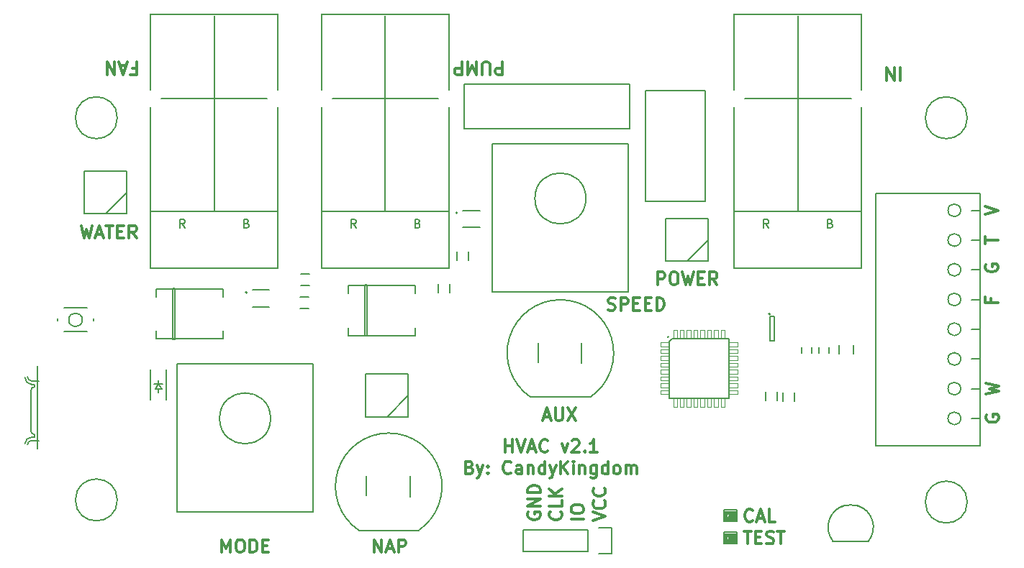
<source format=gbr>
G04 #@! TF.FileFunction,Legend,Top*
%FSLAX46Y46*%
G04 Gerber Fmt 4.6, Leading zero omitted, Abs format (unit mm)*
G04 Created by KiCad (PCBNEW 4.0.7-e2-6376~61~ubuntu18.04.1) date Tue Jul 31 18:43:04 2018*
%MOMM*%
%LPD*%
G01*
G04 APERTURE LIST*
%ADD10C,0.100000*%
%ADD11C,0.300000*%
%ADD12C,0.200000*%
%ADD13C,0.127000*%
%ADD14C,0.203200*%
%ADD15C,0.150000*%
%ADD16C,0.066040*%
%ADD17C,0.101600*%
G04 APERTURE END LIST*
D10*
D11*
X119035714Y-71678571D02*
X119035714Y-70178571D01*
X119607142Y-70178571D01*
X119750000Y-70250000D01*
X119821428Y-70321429D01*
X119892857Y-70464286D01*
X119892857Y-70678571D01*
X119821428Y-70821429D01*
X119750000Y-70892857D01*
X119607142Y-70964286D01*
X119035714Y-70964286D01*
X120821428Y-70178571D02*
X121107142Y-70178571D01*
X121250000Y-70250000D01*
X121392857Y-70392857D01*
X121464285Y-70678571D01*
X121464285Y-71178571D01*
X121392857Y-71464286D01*
X121250000Y-71607143D01*
X121107142Y-71678571D01*
X120821428Y-71678571D01*
X120678571Y-71607143D01*
X120535714Y-71464286D01*
X120464285Y-71178571D01*
X120464285Y-70678571D01*
X120535714Y-70392857D01*
X120678571Y-70250000D01*
X120821428Y-70178571D01*
X121964286Y-70178571D02*
X122321429Y-71678571D01*
X122607143Y-70607143D01*
X122892857Y-71678571D01*
X123250000Y-70178571D01*
X123821429Y-70892857D02*
X124321429Y-70892857D01*
X124535715Y-71678571D02*
X123821429Y-71678571D01*
X123821429Y-70178571D01*
X124535715Y-70178571D01*
X126035715Y-71678571D02*
X125535715Y-70964286D01*
X125178572Y-71678571D02*
X125178572Y-70178571D01*
X125750000Y-70178571D01*
X125892858Y-70250000D01*
X125964286Y-70321429D01*
X126035715Y-70464286D01*
X126035715Y-70678571D01*
X125964286Y-70821429D01*
X125892858Y-70892857D01*
X125750000Y-70964286D01*
X125178572Y-70964286D01*
X51214286Y-64678571D02*
X51571429Y-66178571D01*
X51857143Y-65107143D01*
X52142857Y-66178571D01*
X52500000Y-64678571D01*
X53000000Y-65750000D02*
X53714286Y-65750000D01*
X52857143Y-66178571D02*
X53357143Y-64678571D01*
X53857143Y-66178571D01*
X54142857Y-64678571D02*
X55000000Y-64678571D01*
X54571429Y-66178571D02*
X54571429Y-64678571D01*
X55500000Y-65392857D02*
X56000000Y-65392857D01*
X56214286Y-66178571D02*
X55500000Y-66178571D01*
X55500000Y-64678571D01*
X56214286Y-64678571D01*
X57714286Y-66178571D02*
X57214286Y-65464286D01*
X56857143Y-66178571D02*
X56857143Y-64678571D01*
X57428571Y-64678571D01*
X57571429Y-64750000D01*
X57642857Y-64821429D01*
X57714286Y-64964286D01*
X57714286Y-65178571D01*
X57642857Y-65321429D01*
X57571429Y-65392857D01*
X57428571Y-65464286D01*
X56857143Y-65464286D01*
X113214286Y-74607143D02*
X113428572Y-74678571D01*
X113785715Y-74678571D01*
X113928572Y-74607143D01*
X114000001Y-74535714D01*
X114071429Y-74392857D01*
X114071429Y-74250000D01*
X114000001Y-74107143D01*
X113928572Y-74035714D01*
X113785715Y-73964286D01*
X113500001Y-73892857D01*
X113357143Y-73821429D01*
X113285715Y-73750000D01*
X113214286Y-73607143D01*
X113214286Y-73464286D01*
X113285715Y-73321429D01*
X113357143Y-73250000D01*
X113500001Y-73178571D01*
X113857143Y-73178571D01*
X114071429Y-73250000D01*
X114714286Y-74678571D02*
X114714286Y-73178571D01*
X115285714Y-73178571D01*
X115428572Y-73250000D01*
X115500000Y-73321429D01*
X115571429Y-73464286D01*
X115571429Y-73678571D01*
X115500000Y-73821429D01*
X115428572Y-73892857D01*
X115285714Y-73964286D01*
X114714286Y-73964286D01*
X116214286Y-73892857D02*
X116714286Y-73892857D01*
X116928572Y-74678571D02*
X116214286Y-74678571D01*
X116214286Y-73178571D01*
X116928572Y-73178571D01*
X117571429Y-73892857D02*
X118071429Y-73892857D01*
X118285715Y-74678571D02*
X117571429Y-74678571D01*
X117571429Y-73178571D01*
X118285715Y-73178571D01*
X118928572Y-74678571D02*
X118928572Y-73178571D01*
X119285715Y-73178571D01*
X119500000Y-73250000D01*
X119642858Y-73392857D01*
X119714286Y-73535714D01*
X119785715Y-73821429D01*
X119785715Y-74035714D01*
X119714286Y-74321429D01*
X119642858Y-74464286D01*
X119500000Y-74607143D01*
X119285715Y-74678571D01*
X118928572Y-74678571D01*
X105642857Y-87250000D02*
X106357143Y-87250000D01*
X105500000Y-87678571D02*
X106000000Y-86178571D01*
X106500000Y-87678571D01*
X107000000Y-86178571D02*
X107000000Y-87392857D01*
X107071428Y-87535714D01*
X107142857Y-87607143D01*
X107285714Y-87678571D01*
X107571428Y-87678571D01*
X107714286Y-87607143D01*
X107785714Y-87535714D01*
X107857143Y-87392857D01*
X107857143Y-86178571D01*
X108428572Y-86178571D02*
X109428572Y-87678571D01*
X109428572Y-86178571D02*
X108428572Y-87678571D01*
X67785714Y-103178571D02*
X67785714Y-101678571D01*
X68285714Y-102750000D01*
X68785714Y-101678571D01*
X68785714Y-103178571D01*
X69785714Y-101678571D02*
X70071428Y-101678571D01*
X70214286Y-101750000D01*
X70357143Y-101892857D01*
X70428571Y-102178571D01*
X70428571Y-102678571D01*
X70357143Y-102964286D01*
X70214286Y-103107143D01*
X70071428Y-103178571D01*
X69785714Y-103178571D01*
X69642857Y-103107143D01*
X69500000Y-102964286D01*
X69428571Y-102678571D01*
X69428571Y-102178571D01*
X69500000Y-101892857D01*
X69642857Y-101750000D01*
X69785714Y-101678571D01*
X71071429Y-103178571D02*
X71071429Y-101678571D01*
X71428572Y-101678571D01*
X71642857Y-101750000D01*
X71785715Y-101892857D01*
X71857143Y-102035714D01*
X71928572Y-102321429D01*
X71928572Y-102535714D01*
X71857143Y-102821429D01*
X71785715Y-102964286D01*
X71642857Y-103107143D01*
X71428572Y-103178571D01*
X71071429Y-103178571D01*
X72571429Y-102392857D02*
X73071429Y-102392857D01*
X73285715Y-103178571D02*
X72571429Y-103178571D01*
X72571429Y-101678571D01*
X73285715Y-101678571D01*
X85678572Y-103178571D02*
X85678572Y-101678571D01*
X86535715Y-103178571D01*
X86535715Y-101678571D01*
X87178572Y-102750000D02*
X87892858Y-102750000D01*
X87035715Y-103178571D02*
X87535715Y-101678571D01*
X88035715Y-103178571D01*
X88535715Y-103178571D02*
X88535715Y-101678571D01*
X89107143Y-101678571D01*
X89250001Y-101750000D01*
X89321429Y-101821429D01*
X89392858Y-101964286D01*
X89392858Y-102178571D01*
X89321429Y-102321429D01*
X89250001Y-102392857D01*
X89107143Y-102464286D01*
X88535715Y-102464286D01*
X157678571Y-84542857D02*
X159178571Y-84185714D01*
X158107143Y-83900000D01*
X159178571Y-83614286D01*
X157678571Y-83257143D01*
X157750000Y-87007143D02*
X157678571Y-87150000D01*
X157678571Y-87364286D01*
X157750000Y-87578571D01*
X157892857Y-87721429D01*
X158035714Y-87792857D01*
X158321429Y-87864286D01*
X158535714Y-87864286D01*
X158821429Y-87792857D01*
X158964286Y-87721429D01*
X159107143Y-87578571D01*
X159178571Y-87364286D01*
X159178571Y-87221429D01*
X159107143Y-87007143D01*
X159035714Y-86935714D01*
X158535714Y-86935714D01*
X158535714Y-87221429D01*
X158292857Y-73285714D02*
X158292857Y-73785714D01*
X159078571Y-73785714D02*
X157578571Y-73785714D01*
X157578571Y-73071428D01*
X157650000Y-69307143D02*
X157578571Y-69450000D01*
X157578571Y-69664286D01*
X157650000Y-69878571D01*
X157792857Y-70021429D01*
X157935714Y-70092857D01*
X158221429Y-70164286D01*
X158435714Y-70164286D01*
X158721429Y-70092857D01*
X158864286Y-70021429D01*
X159007143Y-69878571D01*
X159078571Y-69664286D01*
X159078571Y-69521429D01*
X159007143Y-69307143D01*
X158935714Y-69235714D01*
X158435714Y-69235714D01*
X158435714Y-69521429D01*
X157578571Y-66828571D02*
X157578571Y-65971428D01*
X159078571Y-66399999D02*
X157578571Y-66399999D01*
X157578571Y-63400000D02*
X159078571Y-62900000D01*
X157578571Y-62400000D01*
X57214285Y-46207143D02*
X57714285Y-46207143D01*
X57714285Y-45421429D02*
X57714285Y-46921429D01*
X56999999Y-46921429D01*
X56500000Y-45850000D02*
X55785714Y-45850000D01*
X56642857Y-45421429D02*
X56142857Y-46921429D01*
X55642857Y-45421429D01*
X55142857Y-45421429D02*
X55142857Y-46921429D01*
X54285714Y-45421429D01*
X54285714Y-46921429D01*
X100785714Y-45421429D02*
X100785714Y-46921429D01*
X100214286Y-46921429D01*
X100071428Y-46850000D01*
X100000000Y-46778571D01*
X99928571Y-46635714D01*
X99928571Y-46421429D01*
X100000000Y-46278571D01*
X100071428Y-46207143D01*
X100214286Y-46135714D01*
X100785714Y-46135714D01*
X99285714Y-46921429D02*
X99285714Y-45707143D01*
X99214286Y-45564286D01*
X99142857Y-45492857D01*
X99000000Y-45421429D01*
X98714286Y-45421429D01*
X98571428Y-45492857D01*
X98500000Y-45564286D01*
X98428571Y-45707143D01*
X98428571Y-46921429D01*
X97714285Y-45421429D02*
X97714285Y-46921429D01*
X97214285Y-45850000D01*
X96714285Y-46921429D01*
X96714285Y-45421429D01*
X95999999Y-45421429D02*
X95999999Y-46921429D01*
X95428571Y-46921429D01*
X95285713Y-46850000D01*
X95214285Y-46778571D01*
X95142856Y-46635714D01*
X95142856Y-46421429D01*
X95214285Y-46278571D01*
X95285713Y-46207143D01*
X95428571Y-46135714D01*
X95999999Y-46135714D01*
X147585714Y-46121429D02*
X147585714Y-47621429D01*
X146871428Y-46121429D02*
X146871428Y-47621429D01*
X146014285Y-46121429D01*
X146014285Y-47621429D01*
X103825000Y-98457143D02*
X103753571Y-98600000D01*
X103753571Y-98814286D01*
X103825000Y-99028571D01*
X103967857Y-99171429D01*
X104110714Y-99242857D01*
X104396429Y-99314286D01*
X104610714Y-99314286D01*
X104896429Y-99242857D01*
X105039286Y-99171429D01*
X105182143Y-99028571D01*
X105253571Y-98814286D01*
X105253571Y-98671429D01*
X105182143Y-98457143D01*
X105110714Y-98385714D01*
X104610714Y-98385714D01*
X104610714Y-98671429D01*
X105253571Y-97742857D02*
X103753571Y-97742857D01*
X105253571Y-96885714D01*
X103753571Y-96885714D01*
X105253571Y-96171428D02*
X103753571Y-96171428D01*
X103753571Y-95814285D01*
X103825000Y-95600000D01*
X103967857Y-95457142D01*
X104110714Y-95385714D01*
X104396429Y-95314285D01*
X104610714Y-95314285D01*
X104896429Y-95385714D01*
X105039286Y-95457142D01*
X105182143Y-95600000D01*
X105253571Y-95814285D01*
X105253571Y-96171428D01*
X107660714Y-98385714D02*
X107732143Y-98457143D01*
X107803571Y-98671429D01*
X107803571Y-98814286D01*
X107732143Y-99028571D01*
X107589286Y-99171429D01*
X107446429Y-99242857D01*
X107160714Y-99314286D01*
X106946429Y-99314286D01*
X106660714Y-99242857D01*
X106517857Y-99171429D01*
X106375000Y-99028571D01*
X106303571Y-98814286D01*
X106303571Y-98671429D01*
X106375000Y-98457143D01*
X106446429Y-98385714D01*
X107803571Y-97028571D02*
X107803571Y-97742857D01*
X106303571Y-97742857D01*
X107803571Y-96528571D02*
X106303571Y-96528571D01*
X107803571Y-95671428D02*
X106946429Y-96314285D01*
X106303571Y-95671428D02*
X107160714Y-96528571D01*
X110353571Y-99242857D02*
X108853571Y-99242857D01*
X108853571Y-98242857D02*
X108853571Y-97957143D01*
X108925000Y-97814285D01*
X109067857Y-97671428D01*
X109353571Y-97600000D01*
X109853571Y-97600000D01*
X110139286Y-97671428D01*
X110282143Y-97814285D01*
X110353571Y-97957143D01*
X110353571Y-98242857D01*
X110282143Y-98385714D01*
X110139286Y-98528571D01*
X109853571Y-98600000D01*
X109353571Y-98600000D01*
X109067857Y-98528571D01*
X108925000Y-98385714D01*
X108853571Y-98242857D01*
X111403571Y-99457143D02*
X112903571Y-98957143D01*
X111403571Y-98457143D01*
X112760714Y-97100000D02*
X112832143Y-97171429D01*
X112903571Y-97385715D01*
X112903571Y-97528572D01*
X112832143Y-97742857D01*
X112689286Y-97885715D01*
X112546429Y-97957143D01*
X112260714Y-98028572D01*
X112046429Y-98028572D01*
X111760714Y-97957143D01*
X111617857Y-97885715D01*
X111475000Y-97742857D01*
X111403571Y-97528572D01*
X111403571Y-97385715D01*
X111475000Y-97171429D01*
X111546429Y-97100000D01*
X112760714Y-95600000D02*
X112832143Y-95671429D01*
X112903571Y-95885715D01*
X112903571Y-96028572D01*
X112832143Y-96242857D01*
X112689286Y-96385715D01*
X112546429Y-96457143D01*
X112260714Y-96528572D01*
X112046429Y-96528572D01*
X111760714Y-96457143D01*
X111617857Y-96385715D01*
X111475000Y-96242857D01*
X111403571Y-96028572D01*
X111403571Y-95885715D01*
X111475000Y-95671429D01*
X111546429Y-95600000D01*
D12*
X127400000Y-101600000D02*
X127800000Y-101600000D01*
X127800000Y-101600000D02*
X127800000Y-101500000D01*
X127900000Y-101700000D02*
X127900000Y-101400000D01*
X127900000Y-101400000D02*
X127400000Y-101400000D01*
X127800000Y-101500000D02*
X127500000Y-101500000D01*
X127400000Y-101400000D02*
X127400000Y-101600000D01*
X128000000Y-101800000D02*
X128000000Y-101300000D01*
X127200000Y-101700000D02*
X127900000Y-101700000D01*
X127200000Y-101300000D02*
X127200000Y-101700000D01*
X127100000Y-101200000D02*
X127100000Y-101800000D01*
X128000000Y-101300000D02*
X127200000Y-101300000D01*
X128100000Y-101200000D02*
X127100000Y-101200000D01*
X127100000Y-101800000D02*
X128000000Y-101800000D01*
X128400000Y-100800000D02*
X126800000Y-100800000D01*
X127000000Y-101100000D02*
X127000000Y-101900000D01*
X126900000Y-101000000D02*
X126900000Y-102000000D01*
X126800000Y-102100000D02*
X128400000Y-102100000D01*
X126800000Y-100800000D02*
X126800000Y-102100000D01*
X126900000Y-102000000D02*
X128200000Y-102000000D01*
X128200000Y-102000000D02*
X128200000Y-101100000D01*
X128100000Y-101900000D02*
X128100000Y-101200000D01*
X127000000Y-101900000D02*
X128100000Y-101900000D01*
X128400000Y-102100000D02*
X128400000Y-101000000D01*
X128400000Y-100800000D02*
X128400000Y-101000000D01*
X128200000Y-101100000D02*
X127000000Y-101100000D01*
X128400000Y-101000000D02*
X126900000Y-101000000D01*
X127400000Y-98800000D02*
X127400000Y-99000000D01*
X127200000Y-98700000D02*
X127200000Y-99100000D01*
X128000000Y-98700000D02*
X127200000Y-98700000D01*
X128100000Y-98600000D02*
X127100000Y-98600000D01*
X127800000Y-98900000D02*
X127500000Y-98900000D01*
X127800000Y-99000000D02*
X127800000Y-98900000D01*
X127400000Y-99000000D02*
X127800000Y-99000000D01*
X127900000Y-98800000D02*
X127400000Y-98800000D01*
X127900000Y-99100000D02*
X127900000Y-98800000D01*
X127200000Y-99100000D02*
X127900000Y-99100000D01*
X127100000Y-99200000D02*
X128000000Y-99200000D01*
X127100000Y-98600000D02*
X127100000Y-99200000D01*
X128000000Y-99200000D02*
X128000000Y-98700000D01*
X128100000Y-99300000D02*
X128100000Y-98600000D01*
X128200000Y-98500000D02*
X127000000Y-98500000D01*
X127000000Y-99300000D02*
X128100000Y-99300000D01*
X128400000Y-98400000D02*
X126900000Y-98400000D01*
X126900000Y-99400000D02*
X128200000Y-99400000D01*
X128400000Y-99500000D02*
X128400000Y-98400000D01*
X128400000Y-98200000D02*
X128400000Y-98400000D01*
X128200000Y-99400000D02*
X128200000Y-98500000D01*
X127000000Y-98500000D02*
X127000000Y-99300000D01*
X126900000Y-98400000D02*
X126900000Y-99400000D01*
X126800000Y-99500000D02*
X128400000Y-99500000D01*
X126800000Y-98200000D02*
X126800000Y-99500000D01*
X128400000Y-98200000D02*
X126800000Y-98200000D01*
D11*
X130214286Y-99435714D02*
X130142857Y-99507143D01*
X129928571Y-99578571D01*
X129785714Y-99578571D01*
X129571429Y-99507143D01*
X129428571Y-99364286D01*
X129357143Y-99221429D01*
X129285714Y-98935714D01*
X129285714Y-98721429D01*
X129357143Y-98435714D01*
X129428571Y-98292857D01*
X129571429Y-98150000D01*
X129785714Y-98078571D01*
X129928571Y-98078571D01*
X130142857Y-98150000D01*
X130214286Y-98221429D01*
X130785714Y-99150000D02*
X131500000Y-99150000D01*
X130642857Y-99578571D02*
X131142857Y-98078571D01*
X131642857Y-99578571D01*
X132857143Y-99578571D02*
X132142857Y-99578571D01*
X132142857Y-98078571D01*
X129207143Y-100678571D02*
X130064286Y-100678571D01*
X129635715Y-102178571D02*
X129635715Y-100678571D01*
X130564286Y-101392857D02*
X131064286Y-101392857D01*
X131278572Y-102178571D02*
X130564286Y-102178571D01*
X130564286Y-100678571D01*
X131278572Y-100678571D01*
X131850000Y-102107143D02*
X132064286Y-102178571D01*
X132421429Y-102178571D01*
X132564286Y-102107143D01*
X132635715Y-102035714D01*
X132707143Y-101892857D01*
X132707143Y-101750000D01*
X132635715Y-101607143D01*
X132564286Y-101535714D01*
X132421429Y-101464286D01*
X132135715Y-101392857D01*
X131992857Y-101321429D01*
X131921429Y-101250000D01*
X131850000Y-101107143D01*
X131850000Y-100964286D01*
X131921429Y-100821429D01*
X131992857Y-100750000D01*
X132135715Y-100678571D01*
X132492857Y-100678571D01*
X132707143Y-100750000D01*
X133135714Y-100678571D02*
X133992857Y-100678571D01*
X133564286Y-102178571D02*
X133564286Y-100678571D01*
X101107144Y-91403571D02*
X101107144Y-89903571D01*
X101107144Y-90617857D02*
X101964287Y-90617857D01*
X101964287Y-91403571D02*
X101964287Y-89903571D01*
X102464287Y-89903571D02*
X102964287Y-91403571D01*
X103464287Y-89903571D01*
X103892858Y-90975000D02*
X104607144Y-90975000D01*
X103750001Y-91403571D02*
X104250001Y-89903571D01*
X104750001Y-91403571D01*
X106107144Y-91260714D02*
X106035715Y-91332143D01*
X105821429Y-91403571D01*
X105678572Y-91403571D01*
X105464287Y-91332143D01*
X105321429Y-91189286D01*
X105250001Y-91046429D01*
X105178572Y-90760714D01*
X105178572Y-90546429D01*
X105250001Y-90260714D01*
X105321429Y-90117857D01*
X105464287Y-89975000D01*
X105678572Y-89903571D01*
X105821429Y-89903571D01*
X106035715Y-89975000D01*
X106107144Y-90046429D01*
X107750001Y-90403571D02*
X108107144Y-91403571D01*
X108464286Y-90403571D01*
X108964286Y-90046429D02*
X109035715Y-89975000D01*
X109178572Y-89903571D01*
X109535715Y-89903571D01*
X109678572Y-89975000D01*
X109750001Y-90046429D01*
X109821429Y-90189286D01*
X109821429Y-90332143D01*
X109750001Y-90546429D01*
X108892858Y-91403571D01*
X109821429Y-91403571D01*
X110464286Y-91260714D02*
X110535714Y-91332143D01*
X110464286Y-91403571D01*
X110392857Y-91332143D01*
X110464286Y-91260714D01*
X110464286Y-91403571D01*
X111964286Y-91403571D02*
X111107143Y-91403571D01*
X111535715Y-91403571D02*
X111535715Y-89903571D01*
X111392858Y-90117857D01*
X111250000Y-90260714D01*
X111107143Y-90332143D01*
X96928571Y-93167857D02*
X97142857Y-93239286D01*
X97214285Y-93310714D01*
X97285714Y-93453571D01*
X97285714Y-93667857D01*
X97214285Y-93810714D01*
X97142857Y-93882143D01*
X96999999Y-93953571D01*
X96428571Y-93953571D01*
X96428571Y-92453571D01*
X96928571Y-92453571D01*
X97071428Y-92525000D01*
X97142857Y-92596429D01*
X97214285Y-92739286D01*
X97214285Y-92882143D01*
X97142857Y-93025000D01*
X97071428Y-93096429D01*
X96928571Y-93167857D01*
X96428571Y-93167857D01*
X97785714Y-92953571D02*
X98142857Y-93953571D01*
X98499999Y-92953571D02*
X98142857Y-93953571D01*
X97999999Y-94310714D01*
X97928571Y-94382143D01*
X97785714Y-94453571D01*
X99071428Y-93810714D02*
X99142856Y-93882143D01*
X99071428Y-93953571D01*
X98999999Y-93882143D01*
X99071428Y-93810714D01*
X99071428Y-93953571D01*
X99071428Y-93025000D02*
X99142856Y-93096429D01*
X99071428Y-93167857D01*
X98999999Y-93096429D01*
X99071428Y-93025000D01*
X99071428Y-93167857D01*
X101785714Y-93810714D02*
X101714285Y-93882143D01*
X101499999Y-93953571D01*
X101357142Y-93953571D01*
X101142857Y-93882143D01*
X100999999Y-93739286D01*
X100928571Y-93596429D01*
X100857142Y-93310714D01*
X100857142Y-93096429D01*
X100928571Y-92810714D01*
X100999999Y-92667857D01*
X101142857Y-92525000D01*
X101357142Y-92453571D01*
X101499999Y-92453571D01*
X101714285Y-92525000D01*
X101785714Y-92596429D01*
X103071428Y-93953571D02*
X103071428Y-93167857D01*
X102999999Y-93025000D01*
X102857142Y-92953571D01*
X102571428Y-92953571D01*
X102428571Y-93025000D01*
X103071428Y-93882143D02*
X102928571Y-93953571D01*
X102571428Y-93953571D01*
X102428571Y-93882143D01*
X102357142Y-93739286D01*
X102357142Y-93596429D01*
X102428571Y-93453571D01*
X102571428Y-93382143D01*
X102928571Y-93382143D01*
X103071428Y-93310714D01*
X103785714Y-92953571D02*
X103785714Y-93953571D01*
X103785714Y-93096429D02*
X103857142Y-93025000D01*
X104000000Y-92953571D01*
X104214285Y-92953571D01*
X104357142Y-93025000D01*
X104428571Y-93167857D01*
X104428571Y-93953571D01*
X105785714Y-93953571D02*
X105785714Y-92453571D01*
X105785714Y-93882143D02*
X105642857Y-93953571D01*
X105357143Y-93953571D01*
X105214285Y-93882143D01*
X105142857Y-93810714D01*
X105071428Y-93667857D01*
X105071428Y-93239286D01*
X105142857Y-93096429D01*
X105214285Y-93025000D01*
X105357143Y-92953571D01*
X105642857Y-92953571D01*
X105785714Y-93025000D01*
X106357143Y-92953571D02*
X106714286Y-93953571D01*
X107071428Y-92953571D02*
X106714286Y-93953571D01*
X106571428Y-94310714D01*
X106500000Y-94382143D01*
X106357143Y-94453571D01*
X107642857Y-93953571D02*
X107642857Y-92453571D01*
X108500000Y-93953571D02*
X107857143Y-93096429D01*
X108500000Y-92453571D02*
X107642857Y-93310714D01*
X109142857Y-93953571D02*
X109142857Y-92953571D01*
X109142857Y-92453571D02*
X109071428Y-92525000D01*
X109142857Y-92596429D01*
X109214285Y-92525000D01*
X109142857Y-92453571D01*
X109142857Y-92596429D01*
X109857143Y-92953571D02*
X109857143Y-93953571D01*
X109857143Y-93096429D02*
X109928571Y-93025000D01*
X110071429Y-92953571D01*
X110285714Y-92953571D01*
X110428571Y-93025000D01*
X110500000Y-93167857D01*
X110500000Y-93953571D01*
X111857143Y-92953571D02*
X111857143Y-94167857D01*
X111785714Y-94310714D01*
X111714286Y-94382143D01*
X111571429Y-94453571D01*
X111357143Y-94453571D01*
X111214286Y-94382143D01*
X111857143Y-93882143D02*
X111714286Y-93953571D01*
X111428572Y-93953571D01*
X111285714Y-93882143D01*
X111214286Y-93810714D01*
X111142857Y-93667857D01*
X111142857Y-93239286D01*
X111214286Y-93096429D01*
X111285714Y-93025000D01*
X111428572Y-92953571D01*
X111714286Y-92953571D01*
X111857143Y-93025000D01*
X113214286Y-93953571D02*
X113214286Y-92453571D01*
X113214286Y-93882143D02*
X113071429Y-93953571D01*
X112785715Y-93953571D01*
X112642857Y-93882143D01*
X112571429Y-93810714D01*
X112500000Y-93667857D01*
X112500000Y-93239286D01*
X112571429Y-93096429D01*
X112642857Y-93025000D01*
X112785715Y-92953571D01*
X113071429Y-92953571D01*
X113214286Y-93025000D01*
X114142858Y-93953571D02*
X114000000Y-93882143D01*
X113928572Y-93810714D01*
X113857143Y-93667857D01*
X113857143Y-93239286D01*
X113928572Y-93096429D01*
X114000000Y-93025000D01*
X114142858Y-92953571D01*
X114357143Y-92953571D01*
X114500000Y-93025000D01*
X114571429Y-93096429D01*
X114642858Y-93239286D01*
X114642858Y-93667857D01*
X114571429Y-93810714D01*
X114500000Y-93882143D01*
X114357143Y-93953571D01*
X114142858Y-93953571D01*
X115285715Y-93953571D02*
X115285715Y-92953571D01*
X115285715Y-93096429D02*
X115357143Y-93025000D01*
X115500001Y-92953571D01*
X115714286Y-92953571D01*
X115857143Y-93025000D01*
X115928572Y-93167857D01*
X115928572Y-93953571D01*
X115928572Y-93167857D02*
X116000001Y-93025000D01*
X116142858Y-92953571D01*
X116357143Y-92953571D01*
X116500001Y-93025000D01*
X116571429Y-93167857D01*
X116571429Y-93953571D01*
D13*
X46250000Y-83000000D02*
X45400000Y-83000000D01*
X45400000Y-83000000D02*
X45350000Y-83000000D01*
X46250000Y-90000000D02*
X45350000Y-90000000D01*
X46050000Y-81250000D02*
X46050000Y-91000000D01*
X45400000Y-83000000D02*
G75*
G02X44900000Y-82500000I0J500000D01*
G01*
X44600000Y-82600000D02*
G75*
G03X45400000Y-83400000I800000J0D01*
G01*
X45400000Y-83400000D02*
X45700000Y-83400000D01*
X45700000Y-83400000D02*
X45700000Y-83700000D01*
X45700000Y-83700000D02*
G75*
G03X45300000Y-84100000I0J-400000D01*
G01*
X46250000Y-90000000D02*
X45400000Y-90000000D01*
X45400000Y-90000000D02*
X45350000Y-90000000D01*
X45400000Y-90000000D02*
G75*
G03X44900000Y-90500000I0J-500000D01*
G01*
X44600000Y-90400000D02*
G75*
G02X45400000Y-89600000I800000J0D01*
G01*
X45400000Y-89600000D02*
X45700000Y-89600000D01*
X45700000Y-89600000D02*
X45700000Y-89300000D01*
X45700000Y-89300000D02*
G75*
G02X45300000Y-88900000I0J400000D01*
G01*
X45300000Y-84100000D02*
X45300000Y-88800000D01*
X51576200Y-58302980D02*
X51576200Y-63301700D01*
X51576200Y-63301700D02*
X56574920Y-63301700D01*
X56574920Y-63301700D02*
X56574920Y-58302980D01*
X56574920Y-58302980D02*
X51576200Y-58302980D01*
D14*
X56575560Y-60802340D02*
X54075560Y-63302340D01*
D15*
X74360000Y-69750000D02*
X74360000Y-63000000D01*
X59360000Y-69750000D02*
X74360000Y-69750000D01*
X59360000Y-63000000D02*
X59360000Y-69750000D01*
X74360000Y-48750000D02*
X74360000Y-39750000D01*
X59360000Y-50750000D02*
X59360000Y-63000000D01*
X66860000Y-40000000D02*
X66860000Y-63000000D01*
X74360000Y-63000000D02*
X74360000Y-50750000D01*
X59360000Y-63000000D02*
X74360000Y-63000000D01*
X59360000Y-39750000D02*
X59360000Y-48750000D01*
X59470000Y-39860000D02*
X74250000Y-39860000D01*
X60610000Y-49750000D02*
X73110000Y-49750000D01*
D16*
X119353400Y-78929520D02*
X120344000Y-78929520D01*
X120344000Y-78929520D02*
X120344000Y-78472320D01*
X119353400Y-78472320D02*
X120344000Y-78472320D01*
X119353400Y-78929520D02*
X119353400Y-78472320D01*
X119353400Y-79729620D02*
X120344000Y-79729620D01*
X120344000Y-79729620D02*
X120344000Y-79272420D01*
X119353400Y-79272420D02*
X120344000Y-79272420D01*
X119353400Y-79729620D02*
X119353400Y-79272420D01*
X119353400Y-80529720D02*
X120344000Y-80529720D01*
X120344000Y-80529720D02*
X120344000Y-80072520D01*
X119353400Y-80072520D02*
X120344000Y-80072520D01*
X119353400Y-80529720D02*
X119353400Y-80072520D01*
X119353400Y-81329820D02*
X120344000Y-81329820D01*
X120344000Y-81329820D02*
X120344000Y-80872620D01*
X119353400Y-80872620D02*
X120344000Y-80872620D01*
X119353400Y-81329820D02*
X119353400Y-80872620D01*
X119353400Y-82127380D02*
X120344000Y-82127380D01*
X120344000Y-82127380D02*
X120344000Y-81670180D01*
X119353400Y-81670180D02*
X120344000Y-81670180D01*
X119353400Y-82127380D02*
X119353400Y-81670180D01*
X119353400Y-82927480D02*
X120344000Y-82927480D01*
X120344000Y-82927480D02*
X120344000Y-82470280D01*
X119353400Y-82470280D02*
X120344000Y-82470280D01*
X119353400Y-82927480D02*
X119353400Y-82470280D01*
X119353400Y-83727580D02*
X120344000Y-83727580D01*
X120344000Y-83727580D02*
X120344000Y-83270380D01*
X119353400Y-83270380D02*
X120344000Y-83270380D01*
X119353400Y-83727580D02*
X119353400Y-83270380D01*
X119353400Y-84527680D02*
X120344000Y-84527680D01*
X120344000Y-84527680D02*
X120344000Y-84070480D01*
X119353400Y-84070480D02*
X120344000Y-84070480D01*
X119353400Y-84527680D02*
X119353400Y-84070480D01*
X120872320Y-86046600D02*
X121329520Y-86046600D01*
X121329520Y-86046600D02*
X121329520Y-85056000D01*
X120872320Y-85056000D02*
X121329520Y-85056000D01*
X120872320Y-86046600D02*
X120872320Y-85056000D01*
X121672420Y-86046600D02*
X122129620Y-86046600D01*
X122129620Y-86046600D02*
X122129620Y-85056000D01*
X121672420Y-85056000D02*
X122129620Y-85056000D01*
X121672420Y-86046600D02*
X121672420Y-85056000D01*
X122472520Y-86046600D02*
X122929720Y-86046600D01*
X122929720Y-86046600D02*
X122929720Y-85056000D01*
X122472520Y-85056000D02*
X122929720Y-85056000D01*
X122472520Y-86046600D02*
X122472520Y-85056000D01*
X123272620Y-86046600D02*
X123729820Y-86046600D01*
X123729820Y-86046600D02*
X123729820Y-85056000D01*
X123272620Y-85056000D02*
X123729820Y-85056000D01*
X123272620Y-86046600D02*
X123272620Y-85056000D01*
X124070180Y-86046600D02*
X124527380Y-86046600D01*
X124527380Y-86046600D02*
X124527380Y-85056000D01*
X124070180Y-85056000D02*
X124527380Y-85056000D01*
X124070180Y-86046600D02*
X124070180Y-85056000D01*
X124870280Y-86046600D02*
X125327480Y-86046600D01*
X125327480Y-86046600D02*
X125327480Y-85056000D01*
X124870280Y-85056000D02*
X125327480Y-85056000D01*
X124870280Y-86046600D02*
X124870280Y-85056000D01*
X125670380Y-86046600D02*
X126127580Y-86046600D01*
X126127580Y-86046600D02*
X126127580Y-85056000D01*
X125670380Y-85056000D02*
X126127580Y-85056000D01*
X125670380Y-86046600D02*
X125670380Y-85056000D01*
X126470480Y-86046600D02*
X126927680Y-86046600D01*
X126927680Y-86046600D02*
X126927680Y-85056000D01*
X126470480Y-85056000D02*
X126927680Y-85056000D01*
X126470480Y-86046600D02*
X126470480Y-85056000D01*
X127456000Y-84527680D02*
X128446600Y-84527680D01*
X128446600Y-84527680D02*
X128446600Y-84070480D01*
X127456000Y-84070480D02*
X128446600Y-84070480D01*
X127456000Y-84527680D02*
X127456000Y-84070480D01*
X127456000Y-83727580D02*
X128446600Y-83727580D01*
X128446600Y-83727580D02*
X128446600Y-83270380D01*
X127456000Y-83270380D02*
X128446600Y-83270380D01*
X127456000Y-83727580D02*
X127456000Y-83270380D01*
X127456000Y-82927480D02*
X128446600Y-82927480D01*
X128446600Y-82927480D02*
X128446600Y-82470280D01*
X127456000Y-82470280D02*
X128446600Y-82470280D01*
X127456000Y-82927480D02*
X127456000Y-82470280D01*
X127456000Y-82127380D02*
X128446600Y-82127380D01*
X128446600Y-82127380D02*
X128446600Y-81670180D01*
X127456000Y-81670180D02*
X128446600Y-81670180D01*
X127456000Y-82127380D02*
X127456000Y-81670180D01*
X127456000Y-81329820D02*
X128446600Y-81329820D01*
X128446600Y-81329820D02*
X128446600Y-80872620D01*
X127456000Y-80872620D02*
X128446600Y-80872620D01*
X127456000Y-81329820D02*
X127456000Y-80872620D01*
X127456000Y-80529720D02*
X128446600Y-80529720D01*
X128446600Y-80529720D02*
X128446600Y-80072520D01*
X127456000Y-80072520D02*
X128446600Y-80072520D01*
X127456000Y-80529720D02*
X127456000Y-80072520D01*
X127456000Y-79729620D02*
X128446600Y-79729620D01*
X128446600Y-79729620D02*
X128446600Y-79272420D01*
X127456000Y-79272420D02*
X128446600Y-79272420D01*
X127456000Y-79729620D02*
X127456000Y-79272420D01*
X127456000Y-78929520D02*
X128446600Y-78929520D01*
X128446600Y-78929520D02*
X128446600Y-78472320D01*
X127456000Y-78472320D02*
X128446600Y-78472320D01*
X127456000Y-78929520D02*
X127456000Y-78472320D01*
X126470480Y-77944000D02*
X126927680Y-77944000D01*
X126927680Y-77944000D02*
X126927680Y-76953400D01*
X126470480Y-76953400D02*
X126927680Y-76953400D01*
X126470480Y-77944000D02*
X126470480Y-76953400D01*
X125670380Y-77944000D02*
X126127580Y-77944000D01*
X126127580Y-77944000D02*
X126127580Y-76953400D01*
X125670380Y-76953400D02*
X126127580Y-76953400D01*
X125670380Y-77944000D02*
X125670380Y-76953400D01*
X124870280Y-77944000D02*
X125327480Y-77944000D01*
X125327480Y-77944000D02*
X125327480Y-76953400D01*
X124870280Y-76953400D02*
X125327480Y-76953400D01*
X124870280Y-77944000D02*
X124870280Y-76953400D01*
X124070180Y-77944000D02*
X124527380Y-77944000D01*
X124527380Y-77944000D02*
X124527380Y-76953400D01*
X124070180Y-76953400D02*
X124527380Y-76953400D01*
X124070180Y-77944000D02*
X124070180Y-76953400D01*
X123272620Y-77944000D02*
X123729820Y-77944000D01*
X123729820Y-77944000D02*
X123729820Y-76953400D01*
X123272620Y-76953400D02*
X123729820Y-76953400D01*
X123272620Y-77944000D02*
X123272620Y-76953400D01*
X122472520Y-77944000D02*
X122929720Y-77944000D01*
X122929720Y-77944000D02*
X122929720Y-76953400D01*
X122472520Y-76953400D02*
X122929720Y-76953400D01*
X122472520Y-77944000D02*
X122472520Y-76953400D01*
X121672420Y-77944000D02*
X122129620Y-77944000D01*
X122129620Y-77944000D02*
X122129620Y-76953400D01*
X121672420Y-76953400D02*
X122129620Y-76953400D01*
X121672420Y-77944000D02*
X121672420Y-76953400D01*
X120872320Y-77944000D02*
X121329520Y-77944000D01*
X121329520Y-77944000D02*
X121329520Y-76953400D01*
X120872320Y-76953400D02*
X121329520Y-76953400D01*
X120872320Y-77944000D02*
X120872320Y-76953400D01*
D14*
X127402660Y-77997340D02*
X127402660Y-85002660D01*
X127402660Y-85002660D02*
X120397340Y-85002660D01*
X120397340Y-85002660D02*
X120397340Y-78350400D01*
X120750400Y-77997340D02*
X127402660Y-77997340D01*
X120750400Y-77997340D02*
X120397340Y-78350400D01*
D17*
X120350163Y-77817000D02*
G75*
G03X120350163Y-77817000I-107763J0D01*
G01*
D15*
X73500000Y-87400000D02*
G75*
G03X73500000Y-87400000I-3000000J0D01*
G01*
X62500000Y-81000000D02*
X70500000Y-81000000D01*
X62500000Y-98400000D02*
X62500000Y-81000000D01*
X78500000Y-98400000D02*
X62500000Y-98400000D01*
X78500000Y-81000000D02*
X78500000Y-98400000D01*
X70500000Y-81000000D02*
X78500000Y-81000000D01*
X143040000Y-69750000D02*
X143040000Y-63000000D01*
X128040000Y-69750000D02*
X143040000Y-69750000D01*
X128040000Y-63000000D02*
X128040000Y-69750000D01*
X143040000Y-48750000D02*
X143040000Y-39750000D01*
X128040000Y-50750000D02*
X128040000Y-63000000D01*
X135540000Y-40000000D02*
X135540000Y-63000000D01*
X143040000Y-63000000D02*
X143040000Y-50750000D01*
X128040000Y-63000000D02*
X143040000Y-63000000D01*
X128040000Y-39750000D02*
X128040000Y-48750000D01*
X128150000Y-39860000D02*
X142930000Y-39860000D01*
X129290000Y-49750000D02*
X141790000Y-49750000D01*
X140350000Y-78800000D02*
X140350000Y-79800000D01*
X142050000Y-79800000D02*
X142050000Y-78800000D01*
X138000000Y-79700000D02*
X138000000Y-79000000D01*
X139200000Y-79000000D02*
X139200000Y-79700000D01*
X136000000Y-79700000D02*
X136000000Y-79000000D01*
X137200000Y-79000000D02*
X137200000Y-79700000D01*
X61950000Y-72100000D02*
X62200000Y-72100000D01*
X62200000Y-78100000D02*
X62200000Y-72100000D01*
X61950000Y-78100000D02*
X62200000Y-78100000D01*
X61950000Y-72100000D02*
X61950000Y-78100000D01*
D12*
X60000000Y-73100000D02*
X60000000Y-72150000D01*
X60000000Y-72150000D02*
X67900000Y-72150000D01*
X67900000Y-72150000D02*
X67900000Y-73100000D01*
X60000000Y-77100000D02*
X60000000Y-78050000D01*
X60000000Y-78050000D02*
X67900000Y-78050000D01*
X67900000Y-78050000D02*
X67900000Y-77100000D01*
D15*
X84600000Y-71700000D02*
X84850000Y-71700000D01*
X84850000Y-77700000D02*
X84850000Y-71700000D01*
X84600000Y-77700000D02*
X84850000Y-77700000D01*
X84600000Y-71700000D02*
X84600000Y-77700000D01*
D12*
X82650000Y-72700000D02*
X82650000Y-71750000D01*
X82650000Y-71750000D02*
X90550000Y-71750000D01*
X90550000Y-71750000D02*
X90550000Y-72700000D01*
X82650000Y-76700000D02*
X82650000Y-77650000D01*
X82650000Y-77650000D02*
X90550000Y-77650000D01*
X90550000Y-77650000D02*
X90550000Y-76700000D01*
D15*
X96250000Y-53250000D02*
X96250000Y-48000000D01*
X115750000Y-53250000D02*
X96250000Y-53250000D01*
X115750000Y-48000000D02*
X115750000Y-53250000D01*
X115750000Y-48000000D02*
X96250000Y-48000000D01*
D12*
X155462214Y-52000000D02*
G75*
G03X155462214Y-52000000I-2462214J0D01*
G01*
X55462214Y-52000000D02*
G75*
G03X55462214Y-52000000I-2462214J0D01*
G01*
X55462214Y-97000000D02*
G75*
G03X55462214Y-97000000I-2462214J0D01*
G01*
X155462214Y-97250000D02*
G75*
G03X155462214Y-97250000I-2462214J0D01*
G01*
D15*
X94490000Y-69750000D02*
X94490000Y-63000000D01*
X79490000Y-69750000D02*
X94490000Y-69750000D01*
X79490000Y-63000000D02*
X79490000Y-69750000D01*
X94490000Y-48750000D02*
X94490000Y-39750000D01*
X79490000Y-50750000D02*
X79490000Y-63000000D01*
X86990000Y-40000000D02*
X86990000Y-63000000D01*
X94490000Y-63000000D02*
X94490000Y-50750000D01*
X79490000Y-63000000D02*
X94490000Y-63000000D01*
X79490000Y-39750000D02*
X79490000Y-48750000D01*
X79600000Y-39860000D02*
X94380000Y-39860000D01*
X80740000Y-49750000D02*
X93240000Y-49750000D01*
X155950000Y-87400000D02*
X156950000Y-87400000D01*
X155950000Y-66400000D02*
X156950000Y-66400000D01*
X156950000Y-73400000D02*
X155950000Y-73400000D01*
X156950000Y-80400000D02*
X155950000Y-80400000D01*
X156950000Y-83900000D02*
X155950000Y-83900000D01*
X156950000Y-76900000D02*
X155950000Y-76900000D01*
X156950000Y-69900000D02*
X155950000Y-69900000D01*
X156950000Y-62900000D02*
X155950000Y-62900000D01*
X144700000Y-90650000D02*
X156950000Y-90650000D01*
X144700000Y-60900000D02*
X156950000Y-60900000D01*
X156950000Y-90650000D02*
X156950000Y-60900000D01*
X144700000Y-60900000D02*
X144700000Y-90650000D01*
X154700000Y-62900000D02*
G75*
G03X154700000Y-62900000I-750000J0D01*
G01*
X154700000Y-66400000D02*
G75*
G03X154700000Y-66400000I-750000J0D01*
G01*
X154700000Y-69900000D02*
G75*
G03X154700000Y-69900000I-750000J0D01*
G01*
X154700000Y-73400000D02*
G75*
G03X154700000Y-73400000I-750000J0D01*
G01*
X154700000Y-76900000D02*
G75*
G03X154700000Y-76900000I-750000J0D01*
G01*
X154700000Y-80400000D02*
G75*
G03X154700000Y-80400000I-750000J0D01*
G01*
X154700000Y-83900000D02*
G75*
G03X154700000Y-83900000I-750000J0D01*
G01*
X154700000Y-87400000D02*
G75*
G03X154700000Y-87400000I-750000J0D01*
G01*
X77000000Y-73125000D02*
X78000000Y-73125000D01*
X78000000Y-74475000D02*
X77000000Y-74475000D01*
X77050000Y-70425000D02*
X78050000Y-70425000D01*
X78050000Y-71775000D02*
X77050000Y-71775000D01*
X93225000Y-72600000D02*
X93225000Y-71600000D01*
X94575000Y-71600000D02*
X94575000Y-72600000D01*
X131725000Y-85300000D02*
X131725000Y-84300000D01*
X133075000Y-84300000D02*
X133075000Y-85300000D01*
X135175000Y-84350000D02*
X135175000Y-85350000D01*
X133825000Y-85350000D02*
X133825000Y-84350000D01*
X96775000Y-67750000D02*
X96775000Y-68750000D01*
X95425000Y-68750000D02*
X95425000Y-67750000D01*
X110600000Y-61500000D02*
G75*
G03X110600000Y-61500000I-3000000J0D01*
G01*
X99600000Y-55100000D02*
X107600000Y-55100000D01*
X99600000Y-72500000D02*
X99600000Y-55100000D01*
X115600000Y-72500000D02*
X99600000Y-72500000D01*
X115600000Y-55100000D02*
X115600000Y-72500000D01*
X107600000Y-55100000D02*
X115600000Y-55100000D01*
D14*
X51885820Y-77201980D02*
X49213740Y-77201980D01*
X49213740Y-74402900D02*
X51885820Y-74402900D01*
X48451740Y-75672900D02*
X48451740Y-75931980D01*
X52647820Y-75931980D02*
X52647820Y-75672900D01*
D13*
X51352420Y-75802440D02*
G75*
G03X51352420Y-75802440I-802640J0D01*
G01*
D15*
X84800000Y-96500000D02*
X84800000Y-94200000D01*
X89900000Y-96600000D02*
X89900000Y-94200000D01*
X83882562Y-100588221D02*
G75*
G02X90900000Y-100600000I3517438J5188221D01*
G01*
X83900000Y-100600000D02*
X90900000Y-100600000D01*
X105000000Y-80800000D02*
X105000000Y-78500000D01*
X110100000Y-80900000D02*
X110100000Y-78500000D01*
X104082562Y-84888221D02*
G75*
G02X111100000Y-84900000I3517438J5188221D01*
G01*
X104100000Y-84900000D02*
X111100000Y-84900000D01*
X117600000Y-48800000D02*
X124600000Y-48800000D01*
X117600000Y-61800000D02*
X117600000Y-48800000D01*
X124600000Y-61800000D02*
X117600000Y-61800000D01*
X124600000Y-48800000D02*
X124600000Y-61800000D01*
X132300000Y-75100000D02*
G75*
G03X132300000Y-75100000I-100000J0D01*
G01*
X132750000Y-75350000D02*
X132250000Y-75350000D01*
X132750000Y-78250000D02*
X132750000Y-75350000D01*
X132250000Y-78250000D02*
X132750000Y-78250000D01*
X132250000Y-75350000D02*
X132250000Y-78250000D01*
D13*
X120000640Y-63900640D02*
X120000640Y-68899360D01*
X120000640Y-68899360D02*
X124999360Y-68899360D01*
X124999360Y-68899360D02*
X124999360Y-63900640D01*
X124999360Y-63900640D02*
X120000640Y-63900640D01*
D14*
X125000000Y-66400000D02*
X122500000Y-68900000D01*
D13*
X84700640Y-82200640D02*
X84700640Y-87199360D01*
X84700640Y-87199360D02*
X89699360Y-87199360D01*
X89699360Y-87199360D02*
X89699360Y-82200640D01*
X89699360Y-82200640D02*
X84700640Y-82200640D01*
D14*
X89700000Y-84700000D02*
X87200000Y-87200000D01*
X139662551Y-101847378D02*
G75*
G02X140973700Y-97651500I2097448J1647375D01*
G01*
X142546299Y-97651600D02*
G75*
G02X143854500Y-101851000I-786287J-2548411D01*
G01*
X139665500Y-101851000D02*
X143854500Y-101851000D01*
X141127873Y-97659363D02*
G75*
G02X142395000Y-97660000I632127J-2858139D01*
G01*
X142398615Y-97660806D02*
G75*
G02X143665000Y-98295000I-638614J-2856693D01*
G01*
X139856168Y-98294000D02*
G75*
G02X142395000Y-97660000I1903832J-2223500D01*
G01*
D13*
X96100000Y-62900000D02*
X98100000Y-62900000D01*
X96100000Y-64900000D02*
X98100000Y-64900000D01*
X95500000Y-63200000D02*
G75*
G03X95500000Y-63200000I-100000J0D01*
G01*
X71350000Y-72275000D02*
X73350000Y-72275000D01*
X71350000Y-74275000D02*
X73350000Y-74275000D01*
X70750000Y-72575000D02*
G75*
G03X70750000Y-72575000I-100000J0D01*
G01*
D15*
X110830000Y-100530000D02*
X103210000Y-100530000D01*
X110830000Y-103070000D02*
X103210000Y-103070000D01*
X113650000Y-103350000D02*
X112100000Y-103350000D01*
X103210000Y-100530000D02*
X103210000Y-103070000D01*
X110830000Y-103070000D02*
X110830000Y-100530000D01*
X112100000Y-100250000D02*
X113650000Y-100250000D01*
X113650000Y-100250000D02*
X113650000Y-103350000D01*
X60300000Y-83952500D02*
X60300000Y-84333500D01*
X60300000Y-82936500D02*
X60300000Y-83317500D01*
X60300000Y-83317500D02*
X60681000Y-83952500D01*
X60681000Y-83952500D02*
X59919000Y-83952500D01*
X59919000Y-83952500D02*
X60300000Y-83317500D01*
X60808000Y-83317500D02*
X59792000Y-83317500D01*
X59400000Y-81635000D02*
X59400000Y-85175000D01*
X61200000Y-81635000D02*
X61200000Y-85175000D01*
X70681429Y-64428571D02*
X70824286Y-64476190D01*
X70871905Y-64523810D01*
X70919524Y-64619048D01*
X70919524Y-64761905D01*
X70871905Y-64857143D01*
X70824286Y-64904762D01*
X70729048Y-64952381D01*
X70348095Y-64952381D01*
X70348095Y-63952381D01*
X70681429Y-63952381D01*
X70776667Y-64000000D01*
X70824286Y-64047619D01*
X70871905Y-64142857D01*
X70871905Y-64238095D01*
X70824286Y-64333333D01*
X70776667Y-64380952D01*
X70681429Y-64428571D01*
X70348095Y-64428571D01*
X63419524Y-64952381D02*
X63086190Y-64476190D01*
X62848095Y-64952381D02*
X62848095Y-63952381D01*
X63229048Y-63952381D01*
X63324286Y-64000000D01*
X63371905Y-64047619D01*
X63419524Y-64142857D01*
X63419524Y-64285714D01*
X63371905Y-64380952D01*
X63324286Y-64428571D01*
X63229048Y-64476190D01*
X62848095Y-64476190D01*
X139361429Y-64428571D02*
X139504286Y-64476190D01*
X139551905Y-64523810D01*
X139599524Y-64619048D01*
X139599524Y-64761905D01*
X139551905Y-64857143D01*
X139504286Y-64904762D01*
X139409048Y-64952381D01*
X139028095Y-64952381D01*
X139028095Y-63952381D01*
X139361429Y-63952381D01*
X139456667Y-64000000D01*
X139504286Y-64047619D01*
X139551905Y-64142857D01*
X139551905Y-64238095D01*
X139504286Y-64333333D01*
X139456667Y-64380952D01*
X139361429Y-64428571D01*
X139028095Y-64428571D01*
X132099524Y-64952381D02*
X131766190Y-64476190D01*
X131528095Y-64952381D02*
X131528095Y-63952381D01*
X131909048Y-63952381D01*
X132004286Y-64000000D01*
X132051905Y-64047619D01*
X132099524Y-64142857D01*
X132099524Y-64285714D01*
X132051905Y-64380952D01*
X132004286Y-64428571D01*
X131909048Y-64476190D01*
X131528095Y-64476190D01*
X90811429Y-64428571D02*
X90954286Y-64476190D01*
X91001905Y-64523810D01*
X91049524Y-64619048D01*
X91049524Y-64761905D01*
X91001905Y-64857143D01*
X90954286Y-64904762D01*
X90859048Y-64952381D01*
X90478095Y-64952381D01*
X90478095Y-63952381D01*
X90811429Y-63952381D01*
X90906667Y-64000000D01*
X90954286Y-64047619D01*
X91001905Y-64142857D01*
X91001905Y-64238095D01*
X90954286Y-64333333D01*
X90906667Y-64380952D01*
X90811429Y-64428571D01*
X90478095Y-64428571D01*
X83549524Y-64952381D02*
X83216190Y-64476190D01*
X82978095Y-64952381D02*
X82978095Y-63952381D01*
X83359048Y-63952381D01*
X83454286Y-64000000D01*
X83501905Y-64047619D01*
X83549524Y-64142857D01*
X83549524Y-64285714D01*
X83501905Y-64380952D01*
X83454286Y-64428571D01*
X83359048Y-64476190D01*
X82978095Y-64476190D01*
M02*

</source>
